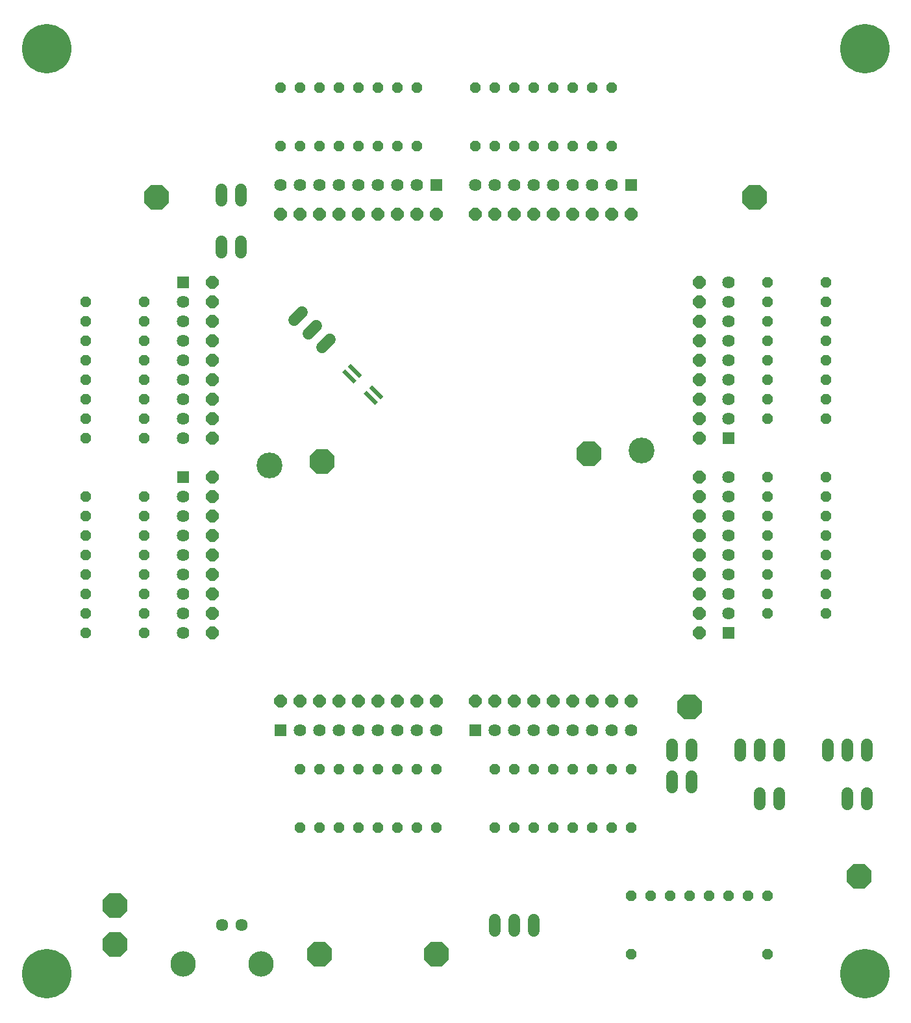
<source format=gbs>
G75*
%MOIN*%
%OFA0B0*%
%FSLAX25Y25*%
%IPPOS*%
%LPD*%
%AMOC8*
5,1,8,0,0,1.08239X$1,22.5*
%
%ADD10C,0.13250*%
%ADD11C,0.13061*%
%ADD12C,0.06337*%
%ADD13R,0.06400X0.06400*%
%ADD14C,0.06400*%
%ADD15C,0.06000*%
%ADD16OC8,0.05550*%
%ADD17OC8,0.06400*%
%ADD18OC8,0.12800*%
%ADD19C,0.25400*%
%ADD20R,0.08274X0.02172*%
D10*
X0305941Y0397563D03*
X0497059Y0405437D03*
D11*
X0301500Y0141500D03*
X0261500Y0141500D03*
D12*
X0281500Y0161500D03*
X0291500Y0161500D03*
D13*
X0311500Y0261500D03*
X0411500Y0261500D03*
X0541500Y0311500D03*
X0541500Y0411500D03*
X0491500Y0541500D03*
X0391500Y0541500D03*
X0261500Y0491500D03*
X0261500Y0391500D03*
D14*
X0261500Y0381500D03*
X0261500Y0371500D03*
X0261500Y0361500D03*
X0261500Y0351500D03*
X0261500Y0341500D03*
X0261500Y0331500D03*
X0261500Y0321500D03*
X0261500Y0311500D03*
X0321500Y0261500D03*
X0331500Y0261500D03*
X0341500Y0261500D03*
X0351500Y0261500D03*
X0361500Y0261500D03*
X0371500Y0261500D03*
X0381500Y0261500D03*
X0391500Y0261500D03*
X0421500Y0261500D03*
X0431500Y0261500D03*
X0441500Y0261500D03*
X0451500Y0261500D03*
X0461500Y0261500D03*
X0471500Y0261500D03*
X0481500Y0261500D03*
X0491500Y0261500D03*
X0541500Y0321500D03*
X0541500Y0331500D03*
X0541500Y0341500D03*
X0541500Y0351500D03*
X0541500Y0361500D03*
X0541500Y0371500D03*
X0541500Y0381500D03*
X0541500Y0391500D03*
X0541500Y0421500D03*
X0541500Y0431500D03*
X0541500Y0441500D03*
X0541500Y0451500D03*
X0541500Y0461500D03*
X0541500Y0471500D03*
X0541500Y0481500D03*
X0541500Y0491500D03*
X0481500Y0541500D03*
X0471500Y0541500D03*
X0461500Y0541500D03*
X0451500Y0541500D03*
X0441500Y0541500D03*
X0431500Y0541500D03*
X0421500Y0541500D03*
X0411500Y0541500D03*
X0381500Y0541500D03*
X0371500Y0541500D03*
X0361500Y0541500D03*
X0351500Y0541500D03*
X0341500Y0541500D03*
X0331500Y0541500D03*
X0321500Y0541500D03*
X0311500Y0541500D03*
X0261500Y0481500D03*
X0261500Y0471500D03*
X0261500Y0461500D03*
X0261500Y0451500D03*
X0261500Y0441500D03*
X0261500Y0431500D03*
X0261500Y0421500D03*
X0261500Y0411500D03*
D15*
X0318811Y0472355D02*
X0322771Y0476315D01*
X0329842Y0469243D02*
X0325883Y0465284D01*
X0332954Y0458213D02*
X0336913Y0462172D01*
X0291421Y0506968D02*
X0291421Y0512568D01*
X0281421Y0512568D02*
X0281421Y0506968D01*
X0281421Y0533543D02*
X0281421Y0539143D01*
X0291421Y0539143D02*
X0291421Y0533543D01*
X0512500Y0254300D02*
X0512500Y0248700D01*
X0512563Y0237961D02*
X0512563Y0232361D01*
X0522563Y0232361D02*
X0522563Y0237961D01*
X0522500Y0248700D02*
X0522500Y0254300D01*
X0547500Y0254300D02*
X0547500Y0248700D01*
X0557500Y0248700D02*
X0557500Y0254300D01*
X0567500Y0254300D02*
X0567500Y0248700D01*
X0567500Y0229300D02*
X0567500Y0223700D01*
X0557500Y0223700D02*
X0557500Y0229300D01*
X0592500Y0248700D02*
X0592500Y0254300D01*
X0602500Y0254300D02*
X0602500Y0248700D01*
X0612500Y0248700D02*
X0612500Y0254300D01*
X0612500Y0229300D02*
X0612500Y0223700D01*
X0602500Y0223700D02*
X0602500Y0229300D01*
X0441500Y0164300D02*
X0441500Y0158700D01*
X0431500Y0158700D02*
X0431500Y0164300D01*
X0421500Y0164300D02*
X0421500Y0158700D01*
D16*
X0421500Y0211500D03*
X0431500Y0211500D03*
X0441500Y0211500D03*
X0451500Y0211500D03*
X0461500Y0211500D03*
X0471500Y0211500D03*
X0481500Y0211500D03*
X0491500Y0211500D03*
X0491500Y0241500D03*
X0481500Y0241500D03*
X0471500Y0241500D03*
X0461500Y0241500D03*
X0451500Y0241500D03*
X0441500Y0241500D03*
X0431500Y0241500D03*
X0421500Y0241500D03*
X0391500Y0241500D03*
X0381500Y0241500D03*
X0371500Y0241500D03*
X0361500Y0241500D03*
X0351500Y0241500D03*
X0341500Y0241500D03*
X0331500Y0241500D03*
X0321500Y0241500D03*
X0321500Y0211500D03*
X0331500Y0211500D03*
X0341500Y0211500D03*
X0351500Y0211500D03*
X0361500Y0211500D03*
X0371500Y0211500D03*
X0381500Y0211500D03*
X0391500Y0211500D03*
X0491500Y0176500D03*
X0501500Y0176500D03*
X0511500Y0176500D03*
X0521500Y0176500D03*
X0531500Y0176500D03*
X0541500Y0176500D03*
X0551500Y0176500D03*
X0561500Y0176500D03*
X0561500Y0146500D03*
X0491500Y0146500D03*
X0561500Y0321500D03*
X0561500Y0331500D03*
X0561500Y0341500D03*
X0561500Y0351500D03*
X0561500Y0361500D03*
X0561500Y0371500D03*
X0561500Y0381500D03*
X0561500Y0391500D03*
X0561500Y0421500D03*
X0561500Y0431500D03*
X0561500Y0441500D03*
X0561500Y0451500D03*
X0561500Y0461500D03*
X0561500Y0471500D03*
X0561500Y0481500D03*
X0561500Y0491500D03*
X0591500Y0491500D03*
X0591500Y0481500D03*
X0591500Y0471500D03*
X0591500Y0461500D03*
X0591500Y0451500D03*
X0591500Y0441500D03*
X0591500Y0431500D03*
X0591500Y0421500D03*
X0591500Y0391500D03*
X0591500Y0381500D03*
X0591500Y0371500D03*
X0591500Y0361500D03*
X0591500Y0351500D03*
X0591500Y0341500D03*
X0591500Y0331500D03*
X0591500Y0321500D03*
X0481500Y0561500D03*
X0471500Y0561500D03*
X0461500Y0561500D03*
X0451500Y0561500D03*
X0441500Y0561500D03*
X0431500Y0561500D03*
X0421500Y0561500D03*
X0411500Y0561500D03*
X0411500Y0591500D03*
X0421500Y0591500D03*
X0431500Y0591500D03*
X0441500Y0591500D03*
X0451500Y0591500D03*
X0461500Y0591500D03*
X0471500Y0591500D03*
X0481500Y0591500D03*
X0381500Y0591500D03*
X0371500Y0591500D03*
X0361500Y0591500D03*
X0351500Y0591500D03*
X0341500Y0591500D03*
X0331500Y0591500D03*
X0321500Y0591500D03*
X0311500Y0591500D03*
X0311500Y0561500D03*
X0321500Y0561500D03*
X0331500Y0561500D03*
X0341500Y0561500D03*
X0351500Y0561500D03*
X0361500Y0561500D03*
X0371500Y0561500D03*
X0381500Y0561500D03*
X0241500Y0481500D03*
X0241500Y0471500D03*
X0241500Y0461500D03*
X0241500Y0451500D03*
X0241500Y0441500D03*
X0241500Y0431500D03*
X0241500Y0421500D03*
X0241500Y0411500D03*
X0241500Y0381500D03*
X0241500Y0371500D03*
X0241500Y0361500D03*
X0241500Y0351500D03*
X0241500Y0341500D03*
X0241500Y0331500D03*
X0241500Y0321500D03*
X0241500Y0311500D03*
X0211500Y0311500D03*
X0211500Y0321500D03*
X0211500Y0331500D03*
X0211500Y0341500D03*
X0211500Y0351500D03*
X0211500Y0361500D03*
X0211500Y0371500D03*
X0211500Y0381500D03*
X0211500Y0411500D03*
X0211500Y0421500D03*
X0211500Y0431500D03*
X0211500Y0441500D03*
X0211500Y0451500D03*
X0211500Y0461500D03*
X0211500Y0471500D03*
X0211500Y0481500D03*
D17*
X0276500Y0481500D03*
X0276500Y0471500D03*
X0276500Y0461500D03*
X0276500Y0451500D03*
X0276500Y0441500D03*
X0276500Y0431500D03*
X0276500Y0421500D03*
X0276500Y0411500D03*
X0276500Y0391500D03*
X0276500Y0381500D03*
X0276500Y0371500D03*
X0276500Y0361500D03*
X0276500Y0351500D03*
X0276500Y0341500D03*
X0276500Y0331500D03*
X0276500Y0321500D03*
X0276500Y0311500D03*
X0311500Y0276500D03*
X0321500Y0276500D03*
X0331500Y0276500D03*
X0341500Y0276500D03*
X0351500Y0276500D03*
X0361500Y0276500D03*
X0371500Y0276500D03*
X0381500Y0276500D03*
X0391500Y0276500D03*
X0411500Y0276500D03*
X0421500Y0276500D03*
X0431500Y0276500D03*
X0441500Y0276500D03*
X0451500Y0276500D03*
X0461500Y0276500D03*
X0471500Y0276500D03*
X0481500Y0276500D03*
X0491500Y0276500D03*
X0526500Y0311500D03*
X0526500Y0321500D03*
X0526500Y0331500D03*
X0526500Y0341500D03*
X0526500Y0351500D03*
X0526500Y0361500D03*
X0526500Y0371500D03*
X0526500Y0381500D03*
X0526500Y0391500D03*
X0526500Y0411500D03*
X0526500Y0421500D03*
X0526500Y0431500D03*
X0526500Y0441500D03*
X0526500Y0451500D03*
X0526500Y0461500D03*
X0526500Y0471500D03*
X0526500Y0481500D03*
X0526500Y0491500D03*
X0491500Y0526500D03*
X0481500Y0526500D03*
X0471500Y0526500D03*
X0461500Y0526500D03*
X0451500Y0526500D03*
X0441500Y0526500D03*
X0431500Y0526500D03*
X0421500Y0526500D03*
X0411500Y0526500D03*
X0391500Y0526500D03*
X0381500Y0526500D03*
X0371500Y0526500D03*
X0361500Y0526500D03*
X0351500Y0526500D03*
X0341500Y0526500D03*
X0331500Y0526500D03*
X0321500Y0526500D03*
X0311500Y0526500D03*
X0276500Y0491500D03*
D18*
X0247957Y0535358D03*
X0333059Y0399531D03*
X0469941Y0403469D03*
X0521547Y0273744D03*
X0608500Y0186500D03*
X0391500Y0146500D03*
X0331500Y0146500D03*
X0226500Y0151500D03*
X0226500Y0171500D03*
X0555043Y0535358D03*
D19*
X0191500Y0136500D03*
X0611500Y0136500D03*
X0611500Y0611500D03*
X0191500Y0611500D03*
D20*
G36*
X0351899Y0442506D02*
X0346049Y0448356D01*
X0347585Y0449892D01*
X0353435Y0444042D01*
X0351899Y0442506D01*
G37*
G36*
X0349115Y0439722D02*
X0343265Y0445572D01*
X0344801Y0447108D01*
X0350651Y0441258D01*
X0349115Y0439722D01*
G37*
G36*
X0360139Y0428699D02*
X0354289Y0434549D01*
X0355825Y0436085D01*
X0361675Y0430235D01*
X0360139Y0428699D01*
G37*
G36*
X0362923Y0431482D02*
X0357073Y0437332D01*
X0358609Y0438868D01*
X0364459Y0433018D01*
X0362923Y0431482D01*
G37*
M02*

</source>
